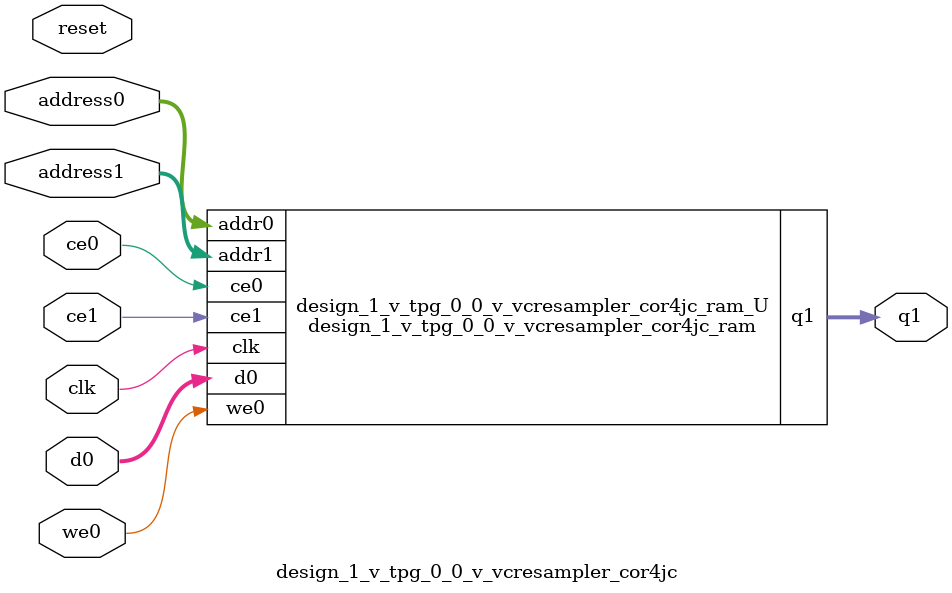
<source format=v>
`timescale 1 ns / 1 ps
module design_1_v_tpg_0_0_v_vcresampler_cor4jc_ram (addr0, ce0, d0, we0, addr1, ce1, q1,  clk);

parameter DWIDTH = 8;
parameter AWIDTH = 12;
parameter MEM_SIZE = 4096;

input[AWIDTH-1:0] addr0;
input ce0;
input[DWIDTH-1:0] d0;
input we0;
input[AWIDTH-1:0] addr1;
input ce1;
output reg[DWIDTH-1:0] q1;
input clk;

(* ram_style = "block" *)reg [DWIDTH-1:0] ram[0:MEM_SIZE-1];




always @(posedge clk)  
begin 
    if (ce0) begin
        if (we0) 
            ram[addr0] <= d0; 
    end
end


always @(posedge clk)  
begin 
    if (ce1) begin
        q1 <= ram[addr1];
    end
end


endmodule

`timescale 1 ns / 1 ps
module design_1_v_tpg_0_0_v_vcresampler_cor4jc(
    reset,
    clk,
    address0,
    ce0,
    we0,
    d0,
    address1,
    ce1,
    q1);

parameter DataWidth = 32'd8;
parameter AddressRange = 32'd4096;
parameter AddressWidth = 32'd12;
input reset;
input clk;
input[AddressWidth - 1:0] address0;
input ce0;
input we0;
input[DataWidth - 1:0] d0;
input[AddressWidth - 1:0] address1;
input ce1;
output[DataWidth - 1:0] q1;



design_1_v_tpg_0_0_v_vcresampler_cor4jc_ram design_1_v_tpg_0_0_v_vcresampler_cor4jc_ram_U(
    .clk( clk ),
    .addr0( address0 ),
    .ce0( ce0 ),
    .we0( we0 ),
    .d0( d0 ),
    .addr1( address1 ),
    .ce1( ce1 ),
    .q1( q1 ));

endmodule


</source>
